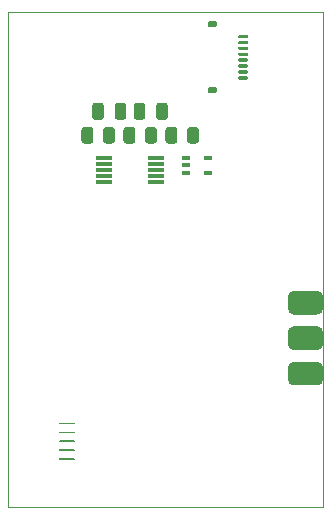
<source format=gbr>
%TF.GenerationSoftware,KiCad,Pcbnew,(5.1.7)-1*%
%TF.CreationDate,2021-09-18T16:18:18+01:00*%
%TF.ProjectId,RcCtlHw,52634374-6c48-4772-9e6b-696361645f70,rev?*%
%TF.SameCoordinates,Original*%
%TF.FileFunction,Paste,Bot*%
%TF.FilePolarity,Positive*%
%FSLAX46Y46*%
G04 Gerber Fmt 4.6, Leading zero omitted, Abs format (unit mm)*
G04 Created by KiCad (PCBNEW (5.1.7)-1) date 2021-09-18 16:18:18*
%MOMM*%
%LPD*%
G01*
G04 APERTURE LIST*
%TA.AperFunction,Profile*%
%ADD10C,0.050000*%
%TD*%
%ADD11R,1.400000X0.300000*%
%ADD12R,0.650000X0.400000*%
G04 APERTURE END LIST*
D10*
X114300000Y-84455000D02*
X140970000Y-84455000D01*
X140970000Y-84455000D02*
X140970000Y-84836000D01*
X114300000Y-84709000D02*
X114300000Y-84455000D01*
X140970000Y-126365000D02*
X140970000Y-119380000D01*
X114300000Y-126365000D02*
X140970000Y-126365000D01*
X114300000Y-119380000D02*
X114300000Y-126365000D01*
X114300000Y-119380000D02*
X114300000Y-84709000D01*
X140970000Y-84836000D02*
X140970000Y-119380000D01*
%TO.C,SW1*%
G36*
G01*
X140970000Y-108547000D02*
X140970000Y-109547000D01*
G75*
G02*
X140470000Y-110047000I-500000J0D01*
G01*
X138470000Y-110047000D01*
G75*
G02*
X137970000Y-109547000I0J500000D01*
G01*
X137970000Y-108547000D01*
G75*
G02*
X138470000Y-108047000I500000J0D01*
G01*
X140470000Y-108047000D01*
G75*
G02*
X140970000Y-108547000I0J-500000D01*
G01*
G37*
G36*
G01*
X140970000Y-111547000D02*
X140970000Y-112547000D01*
G75*
G02*
X140470000Y-113047000I-500000J0D01*
G01*
X138470000Y-113047000D01*
G75*
G02*
X137970000Y-112547000I0J500000D01*
G01*
X137970000Y-111547000D01*
G75*
G02*
X138470000Y-111047000I500000J0D01*
G01*
X140470000Y-111047000D01*
G75*
G02*
X140970000Y-111547000I0J-500000D01*
G01*
G37*
G36*
G01*
X140970000Y-114547000D02*
X140970000Y-115547000D01*
G75*
G02*
X140470000Y-116047000I-500000J0D01*
G01*
X138470000Y-116047000D01*
G75*
G02*
X137970000Y-115547000I0J500000D01*
G01*
X137970000Y-114547000D01*
G75*
G02*
X138470000Y-114047000I500000J0D01*
G01*
X140470000Y-114047000D01*
G75*
G02*
X140970000Y-114547000I0J-500000D01*
G01*
G37*
%TD*%
D11*
%TO.C,U3*%
X122387000Y-98790000D03*
X122387000Y-98290000D03*
X122387000Y-97790000D03*
X122387000Y-97290000D03*
X122387000Y-96790000D03*
X126787000Y-96790000D03*
X126787000Y-97290000D03*
X126787000Y-97790000D03*
X126787000Y-98290000D03*
X126787000Y-98790000D03*
%TD*%
%TO.C,J1*%
G36*
G01*
X119880500Y-119352000D02*
X118655500Y-119352000D01*
G75*
G02*
X118618000Y-119314500I0J37500D01*
G01*
X118618000Y-119239500D01*
G75*
G02*
X118655500Y-119202000I37500J0D01*
G01*
X119880500Y-119202000D01*
G75*
G02*
X119918000Y-119239500I0J-37500D01*
G01*
X119918000Y-119314500D01*
G75*
G02*
X119880500Y-119352000I-37500J0D01*
G01*
G37*
G36*
G01*
X119880500Y-120102000D02*
X118655500Y-120102000D01*
G75*
G02*
X118618000Y-120064500I0J37500D01*
G01*
X118618000Y-119989500D01*
G75*
G02*
X118655500Y-119952000I37500J0D01*
G01*
X119880500Y-119952000D01*
G75*
G02*
X119918000Y-119989500I0J-37500D01*
G01*
X119918000Y-120064500D01*
G75*
G02*
X119880500Y-120102000I-37500J0D01*
G01*
G37*
G36*
G01*
X119880500Y-122352000D02*
X118655500Y-122352000D01*
G75*
G02*
X118618000Y-122314500I0J37500D01*
G01*
X118618000Y-122239500D01*
G75*
G02*
X118655500Y-122202000I37500J0D01*
G01*
X119880500Y-122202000D01*
G75*
G02*
X119918000Y-122239500I0J-37500D01*
G01*
X119918000Y-122314500D01*
G75*
G02*
X119880500Y-122352000I-37500J0D01*
G01*
G37*
G36*
G01*
X119880500Y-121602000D02*
X118655500Y-121602000D01*
G75*
G02*
X118618000Y-121564500I0J37500D01*
G01*
X118618000Y-121489500D01*
G75*
G02*
X118655500Y-121452000I37500J0D01*
G01*
X119880500Y-121452000D01*
G75*
G02*
X119918000Y-121489500I0J-37500D01*
G01*
X119918000Y-121564500D01*
G75*
G02*
X119880500Y-121602000I-37500J0D01*
G01*
G37*
G36*
G01*
X119880500Y-120852000D02*
X118655500Y-120852000D01*
G75*
G02*
X118618000Y-120814500I0J37500D01*
G01*
X118618000Y-120739500D01*
G75*
G02*
X118655500Y-120702000I37500J0D01*
G01*
X119880500Y-120702000D01*
G75*
G02*
X119918000Y-120739500I0J-37500D01*
G01*
X119918000Y-120814500D01*
G75*
G02*
X119880500Y-120852000I-37500J0D01*
G01*
G37*
%TD*%
%TO.C,C6*%
G36*
G01*
X125915000Y-92362000D02*
X125915000Y-93312000D01*
G75*
G02*
X125665000Y-93562000I-250000J0D01*
G01*
X125165000Y-93562000D01*
G75*
G02*
X124915000Y-93312000I0J250000D01*
G01*
X124915000Y-92362000D01*
G75*
G02*
X125165000Y-92112000I250000J0D01*
G01*
X125665000Y-92112000D01*
G75*
G02*
X125915000Y-92362000I0J-250000D01*
G01*
G37*
G36*
G01*
X127815000Y-92362000D02*
X127815000Y-93312000D01*
G75*
G02*
X127565000Y-93562000I-250000J0D01*
G01*
X127065000Y-93562000D01*
G75*
G02*
X126815000Y-93312000I0J250000D01*
G01*
X126815000Y-92362000D01*
G75*
G02*
X127065000Y-92112000I250000J0D01*
G01*
X127565000Y-92112000D01*
G75*
G02*
X127815000Y-92362000I0J-250000D01*
G01*
G37*
%TD*%
%TO.C,R10*%
G36*
G01*
X126901000Y-94418998D02*
X126901000Y-95319002D01*
G75*
G02*
X126651002Y-95569000I-249998J0D01*
G01*
X126125998Y-95569000D01*
G75*
G02*
X125876000Y-95319002I0J249998D01*
G01*
X125876000Y-94418998D01*
G75*
G02*
X126125998Y-94169000I249998J0D01*
G01*
X126651002Y-94169000D01*
G75*
G02*
X126901000Y-94418998I0J-249998D01*
G01*
G37*
G36*
G01*
X125076000Y-94418998D02*
X125076000Y-95319002D01*
G75*
G02*
X124826002Y-95569000I-249998J0D01*
G01*
X124300998Y-95569000D01*
G75*
G02*
X124051000Y-95319002I0J249998D01*
G01*
X124051000Y-94418998D01*
G75*
G02*
X124300998Y-94169000I249998J0D01*
G01*
X124826002Y-94169000D01*
G75*
G02*
X125076000Y-94418998I0J-249998D01*
G01*
G37*
%TD*%
D12*
%TO.C,V2*%
X129352000Y-98059000D03*
X129352000Y-96759000D03*
X129352000Y-97409000D03*
X131252000Y-96759000D03*
X131252000Y-98059000D03*
%TD*%
%TO.C,J3*%
G36*
G01*
X134516000Y-87165000D02*
X133866000Y-87165000D01*
G75*
G02*
X133791000Y-87090000I0J75000D01*
G01*
X133791000Y-86940000D01*
G75*
G02*
X133866000Y-86865000I75000J0D01*
G01*
X134516000Y-86865000D01*
G75*
G02*
X134591000Y-86940000I0J-75000D01*
G01*
X134591000Y-87090000D01*
G75*
G02*
X134516000Y-87165000I-75000J0D01*
G01*
G37*
G36*
G01*
X134516000Y-87665000D02*
X133866000Y-87665000D01*
G75*
G02*
X133791000Y-87590000I0J75000D01*
G01*
X133791000Y-87440000D01*
G75*
G02*
X133866000Y-87365000I75000J0D01*
G01*
X134516000Y-87365000D01*
G75*
G02*
X134591000Y-87440000I0J-75000D01*
G01*
X134591000Y-87590000D01*
G75*
G02*
X134516000Y-87665000I-75000J0D01*
G01*
G37*
G36*
G01*
X134516000Y-88165000D02*
X133866000Y-88165000D01*
G75*
G02*
X133791000Y-88090000I0J75000D01*
G01*
X133791000Y-87940000D01*
G75*
G02*
X133866000Y-87865000I75000J0D01*
G01*
X134516000Y-87865000D01*
G75*
G02*
X134591000Y-87940000I0J-75000D01*
G01*
X134591000Y-88090000D01*
G75*
G02*
X134516000Y-88165000I-75000J0D01*
G01*
G37*
G36*
G01*
X134516000Y-88665000D02*
X133866000Y-88665000D01*
G75*
G02*
X133791000Y-88590000I0J75000D01*
G01*
X133791000Y-88440000D01*
G75*
G02*
X133866000Y-88365000I75000J0D01*
G01*
X134516000Y-88365000D01*
G75*
G02*
X134591000Y-88440000I0J-75000D01*
G01*
X134591000Y-88590000D01*
G75*
G02*
X134516000Y-88665000I-75000J0D01*
G01*
G37*
G36*
G01*
X134516000Y-89165000D02*
X133866000Y-89165000D01*
G75*
G02*
X133791000Y-89090000I0J75000D01*
G01*
X133791000Y-88940000D01*
G75*
G02*
X133866000Y-88865000I75000J0D01*
G01*
X134516000Y-88865000D01*
G75*
G02*
X134591000Y-88940000I0J-75000D01*
G01*
X134591000Y-89090000D01*
G75*
G02*
X134516000Y-89165000I-75000J0D01*
G01*
G37*
G36*
G01*
X134516000Y-89665000D02*
X133866000Y-89665000D01*
G75*
G02*
X133791000Y-89590000I0J75000D01*
G01*
X133791000Y-89440000D01*
G75*
G02*
X133866000Y-89365000I75000J0D01*
G01*
X134516000Y-89365000D01*
G75*
G02*
X134591000Y-89440000I0J-75000D01*
G01*
X134591000Y-89590000D01*
G75*
G02*
X134516000Y-89665000I-75000J0D01*
G01*
G37*
G36*
G01*
X134516000Y-90165000D02*
X133866000Y-90165000D01*
G75*
G02*
X133791000Y-90090000I0J75000D01*
G01*
X133791000Y-89940000D01*
G75*
G02*
X133866000Y-89865000I75000J0D01*
G01*
X134516000Y-89865000D01*
G75*
G02*
X134591000Y-89940000I0J-75000D01*
G01*
X134591000Y-90090000D01*
G75*
G02*
X134516000Y-90165000I-75000J0D01*
G01*
G37*
G36*
G01*
X134516000Y-86665000D02*
X133866000Y-86665000D01*
G75*
G02*
X133791000Y-86590000I0J75000D01*
G01*
X133791000Y-86440000D01*
G75*
G02*
X133866000Y-86365000I75000J0D01*
G01*
X134516000Y-86365000D01*
G75*
G02*
X134591000Y-86440000I0J-75000D01*
G01*
X134591000Y-86590000D01*
G75*
G02*
X134516000Y-86665000I-75000J0D01*
G01*
G37*
G36*
G01*
X131866000Y-91315000D02*
X131316000Y-91315000D01*
G75*
G02*
X131191000Y-91190000I0J125000D01*
G01*
X131191000Y-90940000D01*
G75*
G02*
X131316000Y-90815000I125000J0D01*
G01*
X131866000Y-90815000D01*
G75*
G02*
X131991000Y-90940000I0J-125000D01*
G01*
X131991000Y-91190000D01*
G75*
G02*
X131866000Y-91315000I-125000J0D01*
G01*
G37*
G36*
G01*
X131866000Y-85715000D02*
X131316000Y-85715000D01*
G75*
G02*
X131191000Y-85590000I0J125000D01*
G01*
X131191000Y-85340000D01*
G75*
G02*
X131316000Y-85215000I125000J0D01*
G01*
X131866000Y-85215000D01*
G75*
G02*
X131991000Y-85340000I0J-125000D01*
G01*
X131991000Y-85590000D01*
G75*
G02*
X131866000Y-85715000I-125000J0D01*
G01*
G37*
%TD*%
%TO.C,R9*%
G36*
G01*
X122320000Y-95319002D02*
X122320000Y-94418998D01*
G75*
G02*
X122569998Y-94169000I249998J0D01*
G01*
X123095002Y-94169000D01*
G75*
G02*
X123345000Y-94418998I0J-249998D01*
G01*
X123345000Y-95319002D01*
G75*
G02*
X123095002Y-95569000I-249998J0D01*
G01*
X122569998Y-95569000D01*
G75*
G02*
X122320000Y-95319002I0J249998D01*
G01*
G37*
G36*
G01*
X120495000Y-95319002D02*
X120495000Y-94418998D01*
G75*
G02*
X120744998Y-94169000I249998J0D01*
G01*
X121270002Y-94169000D01*
G75*
G02*
X121520000Y-94418998I0J-249998D01*
G01*
X121520000Y-95319002D01*
G75*
G02*
X121270002Y-95569000I-249998J0D01*
G01*
X120744998Y-95569000D01*
G75*
G02*
X120495000Y-95319002I0J249998D01*
G01*
G37*
%TD*%
%TO.C,R11*%
G36*
G01*
X127607000Y-95319002D02*
X127607000Y-94418998D01*
G75*
G02*
X127856998Y-94169000I249998J0D01*
G01*
X128382002Y-94169000D01*
G75*
G02*
X128632000Y-94418998I0J-249998D01*
G01*
X128632000Y-95319002D01*
G75*
G02*
X128382002Y-95569000I-249998J0D01*
G01*
X127856998Y-95569000D01*
G75*
G02*
X127607000Y-95319002I0J249998D01*
G01*
G37*
G36*
G01*
X129432000Y-95319002D02*
X129432000Y-94418998D01*
G75*
G02*
X129681998Y-94169000I249998J0D01*
G01*
X130207002Y-94169000D01*
G75*
G02*
X130457000Y-94418998I0J-249998D01*
G01*
X130457000Y-95319002D01*
G75*
G02*
X130207002Y-95569000I-249998J0D01*
G01*
X129681998Y-95569000D01*
G75*
G02*
X129432000Y-95319002I0J249998D01*
G01*
G37*
%TD*%
%TO.C,C9*%
G36*
G01*
X121409800Y-93312000D02*
X121409800Y-92362000D01*
G75*
G02*
X121659800Y-92112000I250000J0D01*
G01*
X122159800Y-92112000D01*
G75*
G02*
X122409800Y-92362000I0J-250000D01*
G01*
X122409800Y-93312000D01*
G75*
G02*
X122159800Y-93562000I-250000J0D01*
G01*
X121659800Y-93562000D01*
G75*
G02*
X121409800Y-93312000I0J250000D01*
G01*
G37*
G36*
G01*
X123309800Y-93312000D02*
X123309800Y-92362000D01*
G75*
G02*
X123559800Y-92112000I250000J0D01*
G01*
X124059800Y-92112000D01*
G75*
G02*
X124309800Y-92362000I0J-250000D01*
G01*
X124309800Y-93312000D01*
G75*
G02*
X124059800Y-93562000I-250000J0D01*
G01*
X123559800Y-93562000D01*
G75*
G02*
X123309800Y-93312000I0J250000D01*
G01*
G37*
%TD*%
M02*

</source>
